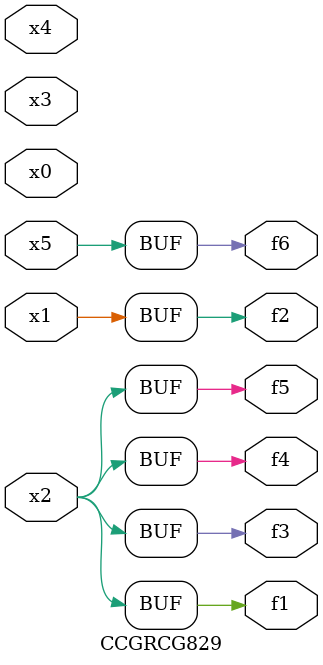
<source format=v>
module CCGRCG829(
	input x0, x1, x2, x3, x4, x5,
	output f1, f2, f3, f4, f5, f6
);
	assign f1 = x2;
	assign f2 = x1;
	assign f3 = x2;
	assign f4 = x2;
	assign f5 = x2;
	assign f6 = x5;
endmodule

</source>
